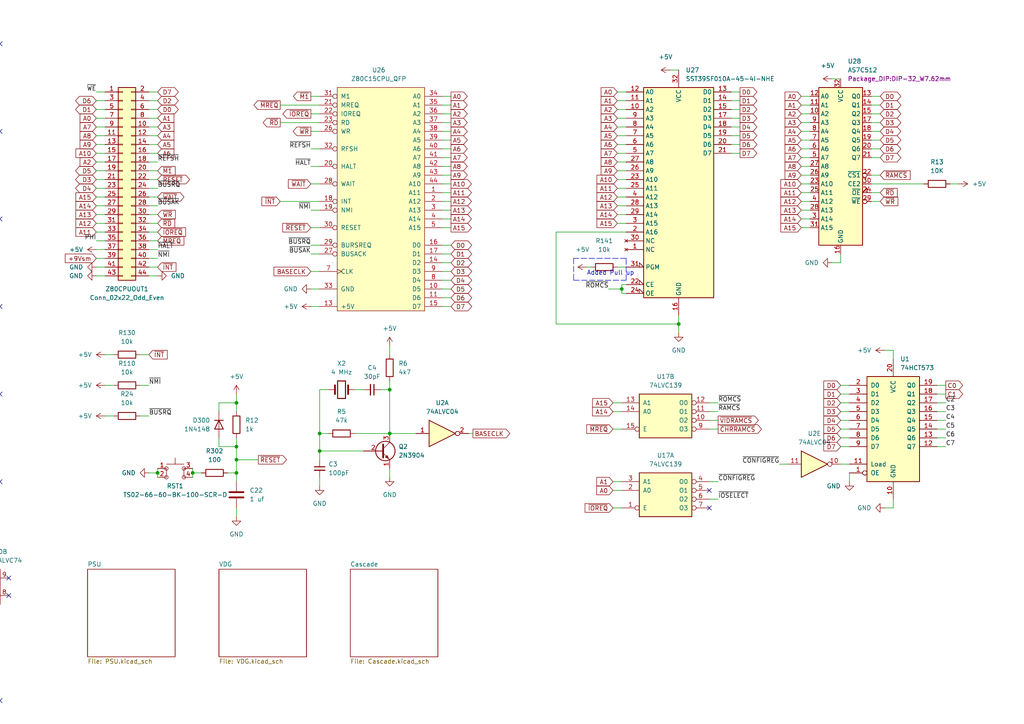
<source format=kicad_sch>
(kicad_sch (version 20211123) (generator eeschema)
  (paper "A4")
  (title_block (title "JupiterAce Z80 plus KIO and new memory format.") (date "2020-05-12") (rev "${REVNUM}") (company "Ontobus") (comment 1 "John Bradley") (comment 2 "https://creativecommons.org/licenses/by-nc-sa/4.0/") (comment 3 "Attribution-NonCommercial-ShareAlike 4.0 International License.") (comment 4 "This work is licensed under a Creative Commons "))
  (junction (at 68.58 116.84))
  (junction (at 113.03 125.73))
  (junction (at 68.58 133.35))
  (junction (at 68.58 137.16))
  (junction (at 196.85 93.98))
  (junction (at 55.88 137.16))
  (junction (at 92.71 130.81))
  (junction (at 113.03 113.03))
  (junction (at 45.72 137.16))
  (junction (at 92.71 125.73))
  (junction (at 68.58 129.54))
  (junction (at 180.34 83.82))
  (no_connect (at -15.24 205.74))
  (no_connect (at 0 203.2))
  (no_connect (at -40.64 200.66))
  (no_connect (at -15.24 200.66))
  (no_connect (at -25.4 203.2))
  (no_connect (at -40.64 205.74))
  (no_connect (at -66.04 200.66))
  (no_connect (at -50.8 203.2))
  (no_connect (at -66.04 205.74))
  (no_connect (at -66.04 15.24))
  (no_connect (at -50.8 12.7))
  (no_connect (at -66.04 10.16))
  (no_connect (at 0 88.9))
  (no_connect (at -15.24 86.36))
  (no_connect (at -15.24 91.44))
  (no_connect (at -25.4 88.9))
  (no_connect (at -15.24 10.16))
  (no_connect (at -25.4 12.7))
  (no_connect (at -15.24 111.76))
  (no_connect (at -15.24 114.3))
  (no_connect (at -15.24 116.84))
  (no_connect (at 0 114.3))
  (no_connect (at -15.24 142.24))
  (no_connect (at -39.37 137.16))
  (no_connect (at -39.37 142.24))
  (no_connect (at -39.37 139.7))
  (no_connect (at 0 139.7))
  (no_connect (at -15.24 139.7))
  (no_connect (at -15.24 137.16))
  (no_connect (at -24.13 139.7))
  (no_connect (at 0 12.7))
  (no_connect (at -40.64 66.04))
  (no_connect (at -25.4 63.5))
  (no_connect (at -40.64 60.96))
  (no_connect (at 0 63.5))
  (no_connect (at -15.24 66.04))
  (no_connect (at -15.24 60.96))
  (no_connect (at -5.08 162.56))
  (no_connect (at 2.54 167.64))
  (no_connect (at 2.54 172.72))
  (no_connect (at -5.08 177.8))
  (no_connect (at -12.7 170.18))
  (no_connect (at -12.7 167.64))
  (no_connect (at 205.74 142.24))
  (no_connect (at 205.74 147.32))
  (no_connect (at -40.64 15.24))
  (no_connect (at -40.64 10.16))
  (no_connect (at -15.24 40.64))
  (no_connect (at -15.24 38.1))
  (no_connect (at 0 38.1))
  (no_connect (at -15.24 35.56))
  (no_connect (at -15.24 15.24))
  (no_connect (at -40.64 91.44))
  (no_connect (at -40.64 86.36))
  (no_connect (at -66.04 60.96))
  (no_connect (at -66.04 66.04))
  (no_connect (at -50.8 63.5))
  (wire (pts (xy 102.87 113.03) (xy 105.41 113.03)))
  (wire (pts (xy 33.02 111.76) (xy 30.48 111.76)))
  (wire (pts (xy 43.18 57.15) (xy 45.72 57.15)))
  (wire (pts (xy 92.71 30.48) (xy 81.28 30.48)))
  (wire (pts (xy 271.78 121.92) (xy 274.32 121.92)))
  (wire (pts (xy 246.38 119.38) (xy 243.84 119.38)))
  (wire (pts (xy 181.61 31.75) (xy 179.07 31.75)))
  (wire (pts (xy 196.85 93.98) (xy 161.29 93.98)))
  (wire (pts (xy 92.71 48.26) (xy 90.17 48.26)))
  (wire (pts (xy 30.48 31.75) (xy 27.94 31.75)))
  (wire (pts (xy 128.27 35.56) (xy 130.81 35.56)))
  (wire (pts (xy 66.04 137.16) (xy 68.58 137.16)))
  (wire (pts (xy 30.48 52.07) (xy 27.94 52.07)))
  (wire (pts (xy 43.18 39.37) (xy 45.72 39.37)))
  (wire (pts (xy 43.18 34.29) (xy 45.72 34.29)))
  (wire (pts (xy 259.08 104.14) (xy 259.08 101.6)))
  (wire (pts (xy 212.09 36.83) (xy 214.63 36.83)))
  (wire (pts (xy 252.73 27.94) (xy 255.27 27.94)))
  (wire (pts (xy 181.61 82.55) (xy 180.34 82.55)))
  (wire (pts (xy 92.71 60.96) (xy 90.17 60.96)))
  (wire (pts (xy 45.72 137.16) (xy 45.72 138.43)))
  (wire (pts (xy 92.71 35.56) (xy 81.28 35.56)))
  (wire (pts (xy 212.09 39.37) (xy 214.63 39.37)))
  (wire (pts (xy 128.27 53.34) (xy 130.81 53.34)))
  (wire (pts (xy 68.58 119.38) (xy 68.58 116.84)))
  (wire (pts (xy 181.61 57.15) (xy 179.07 57.15)))
  (wire (pts (xy 30.48 62.23) (xy 27.94 62.23)))
  (wire (pts (xy 181.61 64.77) (xy 179.07 64.77)))
  (wire (pts (xy 181.61 39.37) (xy 179.07 39.37)))
  (wire (pts (xy 176.53 83.82) (xy 180.34 83.82)))
  (wire (pts (xy 181.61 59.69) (xy 179.07 59.69)))
  (wire (pts (xy 92.71 125.73) (xy 92.71 130.81)))
  (wire (pts (xy 43.18 36.83) (xy 45.72 36.83)))
  (wire (pts (xy 180.34 83.82) (xy 180.34 85.09)))
  (wire (pts (xy 92.71 33.02) (xy 90.17 33.02)))
  (wire (pts (xy 234.95 33.02) (xy 232.41 33.02)))
  (wire (pts (xy 234.95 66.04) (xy 232.41 66.04)))
  (wire (pts (xy 252.73 35.56) (xy 255.27 35.56)))
  (wire (pts (xy 30.48 59.69) (xy 27.94 59.69)))
  (wire (pts (xy 181.61 85.09) (xy 180.34 85.09)))
  (wire (pts (xy 275.59 53.34) (xy 278.13 53.34)))
  (wire (pts (xy 234.95 43.18) (xy 232.41 43.18)))
  (wire (pts (xy 128.27 48.26) (xy 130.81 48.26)))
  (wire (pts (xy 128.27 81.28) (xy 130.81 81.28)))
  (wire (pts (xy 68.58 129.54) (xy 63.5 129.54)))
  (wire (pts (xy 205.74 139.7) (xy 208.28 139.7)))
  (wire (pts (xy 43.18 26.67) (xy 45.72 26.67)))
  (wire (pts (xy 271.78 127) (xy 274.32 127)))
  (wire (pts (xy 113.03 125.73) (xy 120.65 125.73)))
  (wire (pts (xy 259.08 101.6) (xy 256.54 101.6)))
  (wire (pts (xy 252.73 50.8) (xy 255.27 50.8)))
  (wire (pts (xy 181.61 44.45) (xy 179.07 44.45)))
  (wire (pts (xy 90.17 43.18) (xy 92.71 43.18)))
  (wire (pts (xy 135.89 125.73) (xy 137.16 125.73)))
  (wire (pts (xy 243.84 73.66) (xy 243.84 76.2)))
  (wire (pts (xy 30.48 54.61) (xy 27.94 54.61)))
  (wire (pts (xy 180.34 142.24) (xy 177.8 142.24)))
  (wire (pts (xy 252.73 55.88) (xy 255.27 55.88)))
  (wire (pts (xy 55.88 137.16) (xy 55.88 138.43)))
  (wire (pts (xy 43.18 80.01) (xy 45.72 80.01)))
  (wire (pts (xy 40.64 120.65) (xy 43.18 120.65)))
  (wire (pts (xy 128.27 33.02) (xy 130.81 33.02)))
  (wire (pts (xy 128.27 45.72) (xy 130.81 45.72)))
  (wire (pts (xy 92.71 140.97) (xy 92.71 138.43)))
  (wire (pts (xy 271.78 129.54) (xy 274.32 129.54)))
  (wire (pts (xy 128.27 88.9) (xy 130.81 88.9)))
  (wire (pts (xy 234.95 50.8) (xy 232.41 50.8)))
  (wire (pts (xy 33.02 102.87) (xy 30.48 102.87)))
  (wire (pts (xy 30.48 72.39) (xy 27.94 72.39)))
  (wire (pts (xy 45.72 137.16) (xy 43.18 137.16)))
  (wire (pts (xy 246.38 116.84) (xy 243.84 116.84)))
  (wire (pts (xy 232.41 35.56) (xy 234.95 35.56)))
  (wire (pts (xy 246.38 129.54) (xy 243.84 129.54)))
  (wire (pts (xy 234.95 27.94) (xy 232.41 27.94)))
  (wire (pts (xy 92.71 83.82) (xy 90.17 83.82)))
  (wire (pts (xy 68.58 114.3) (xy 68.58 116.84)))
  (wire (pts (xy 196.85 93.98) (xy 196.85 96.52)))
  (wire (pts (xy 40.64 111.76) (xy 43.18 111.76)))
  (wire (pts (xy 90.17 78.74) (xy 92.71 78.74)))
  (wire (pts (xy 43.18 31.75) (xy 45.72 31.75)))
  (wire (pts (xy 128.27 63.5) (xy 130.81 63.5)))
  (wire (pts (xy 30.48 69.85) (xy 27.94 69.85)))
  (wire (pts (xy 68.58 133.35) (xy 74.93 133.35)))
  (wire (pts (xy 246.38 114.3) (xy 243.84 114.3)))
  (wire (pts (xy 128.27 38.1) (xy 130.81 38.1)))
  (wire (pts (xy 110.49 113.03) (xy 113.03 113.03)))
  (wire (pts (xy 43.18 49.53) (xy 45.72 49.53)))
  (wire (pts (xy 43.18 77.47) (xy 45.72 77.47)))
  (wire (pts (xy 43.18 62.23) (xy 45.72 62.23)))
  (wire (pts (xy 234.95 40.64) (xy 232.41 40.64)))
  (wire (pts (xy 92.71 53.34) (xy 90.17 53.34)))
  (wire (pts (xy 30.48 41.91) (xy 27.94 41.91)))
  (wire (pts (xy 180.34 119.38) (xy 177.8 119.38)))
  (wire (pts (xy 43.18 54.61) (xy 45.72 54.61)))
  (wire (pts (xy 30.48 39.37) (xy 27.94 39.37)))
  (wire (pts (xy 113.03 113.03) (xy 113.03 125.73)))
  (wire (pts (xy 180.34 82.55) (xy 180.34 83.82)))
  (wire (pts (xy 92.71 125.73) (xy 95.25 125.73)))
  (wire (pts (xy 234.95 38.1) (xy 232.41 38.1)))
  (wire (pts (xy 43.18 46.99) (xy 45.72 46.99)))
  (wire (pts (xy 128.27 76.2) (xy 130.81 76.2)))
  (wire (pts (xy 212.09 41.91) (xy 214.63 41.91)))
  (wire (pts (xy 271.78 119.38) (xy 274.32 119.38)))
  (wire (pts (xy 92.71 113.03) (xy 92.71 125.73)))
  (wire (pts (xy 212.09 34.29) (xy 214.63 34.29)))
  (wire (pts (xy 267.97 53.34) (xy 252.73 53.34)))
  (wire (pts (xy 43.18 69.85) (xy 45.72 69.85)))
  (wire (pts (xy 246.38 124.46) (xy 243.84 124.46)))
  (wire (pts (xy 246.38 127) (xy 243.84 127)))
  (wire (pts (xy 271.78 116.84) (xy 274.32 116.84)))
  (wire (pts (xy 30.48 46.99) (xy 27.94 46.99)))
  (wire (pts (xy 234.95 48.26) (xy 232.41 48.26)))
  (wire (pts (xy 234.95 53.34) (xy 232.41 53.34)))
  (wire (pts (xy 180.34 116.84) (xy 177.8 116.84)))
  (wire (pts (xy 234.95 58.42) (xy 232.41 58.42)))
  (wire (pts (xy 43.18 52.07) (xy 45.72 52.07)))
  (wire (pts (xy 128.27 86.36) (xy 130.81 86.36)))
  (wire (pts (xy 246.38 111.76) (xy 243.84 111.76)))
  (polyline (pts (xy 181.61 81.28) (xy 181.61 74.93)))
  (wire (pts (xy 241.3 76.2) (xy 243.84 76.2)))
  (wire (pts (xy 252.73 58.42) (xy 255.27 58.42)))
  (wire (pts (xy 68.58 129.54) (xy 68.58 133.35)))
  (wire (pts (xy 128.27 43.18) (xy 130.81 43.18)))
  (wire (pts (xy 68.58 133.35) (xy 68.58 137.16)))
  (wire (pts (xy 271.78 124.46) (xy 274.32 124.46)))
  (wire (pts (xy 30.48 34.29) (xy 27.94 34.29)))
  (wire (pts (xy 243.84 134.62) (xy 246.38 134.62)))
  (wire (pts (xy 30.48 44.45) (xy 27.94 44.45)))
  (wire (pts (xy 128.27 40.64) (xy 130.81 40.64)))
  (wire (pts (xy 40.64 102.87) (xy 43.18 102.87)))
  (wire (pts (xy 181.61 77.47) (xy 179.07 77.47)))
  (wire (pts (xy 43.18 59.69) (xy 45.72 59.69)))
  (wire (pts (xy 30.48 67.31) (xy 27.94 67.31)))
  (wire (pts (xy 128.27 60.96) (xy 130.81 60.96)))
  (wire (pts (xy 128.27 78.74) (xy 130.81 78.74)))
  (wire (pts (xy 102.87 125.73) (xy 113.03 125.73)))
  (wire (pts (xy 205.74 124.46) (xy 208.28 124.46)))
  (wire (pts (xy 252.73 45.72) (xy 255.27 45.72)))
  (wire (pts (xy 246.38 121.92) (xy 243.84 121.92)))
  (wire (pts (xy 271.78 114.3) (xy 274.32 114.3)))
  (wire (pts (xy 226.06 134.62) (xy 228.6 134.62)))
  (wire (pts (xy 92.71 73.66) (xy 90.17 73.66)))
  (wire (pts (xy 181.61 41.91) (xy 179.07 41.91)))
  (wire (pts (xy 128.27 50.8) (xy 130.81 50.8)))
  (wire (pts (xy 68.58 116.84) (xy 63.5 116.84)))
  (wire (pts (xy 30.48 74.93) (xy 27.94 74.93)))
  (wire (pts (xy 45.72 135.89) (xy 45.72 137.16)))
  (wire (pts (xy 212.09 31.75) (xy 214.63 31.75)))
  (wire (pts (xy 63.5 116.84) (xy 63.5 119.38)))
  (wire (pts (xy 92.71 58.42) (xy 81.28 58.42)))
  (wire (pts (xy 171.45 77.47) (xy 170.18 77.47)))
  (wire (pts (xy 27.94 77.47) (xy 30.48 77.47)))
  (wire (pts (xy 30.48 29.21) (xy 27.94 29.21)))
  (wire (pts (xy 30.48 80.01) (xy 27.94 80.01)))
  (wire (pts (xy 90.17 71.12) (xy 92.71 71.12)))
  (wire (pts (xy 43.18 67.31) (xy 45.72 67.31)))
  (wire (pts (xy 180.34 139.7) (xy 177.8 139.7)))
  (wire (pts (xy 58.42 137.16) (xy 55.88 137.16)))
  (wire (pts (xy 181.61 52.07) (xy 179.07 52.07)))
  (wire (pts (xy 43.18 64.77) (xy 45.72 64.77)))
  (wire (pts (xy 68.58 137.16) (xy 68.58 139.7)))
  (wire (pts (xy 196.85 20.32) (xy 194.31 20.32)))
  (wire (pts (xy 252.73 40.64) (xy 255.27 40.64)))
  (wire (pts (xy 205.74 119.38) (xy 208.28 119.38)))
  (wire (pts (xy 128.27 55.88) (xy 130.81 55.88)))
  (wire (pts (xy 181.61 49.53) (xy 179.07 49.53)))
  (wire (pts (xy 212.09 44.45) (xy 214.63 44.45)))
  (wire (pts (xy 30.48 64.77) (xy 27.94 64.77)))
  (wire (pts (xy 43.18 29.21) (xy 45.72 29.21)))
  (wire (pts (xy 92.71 38.1) (xy 90.17 38.1)))
  (wire (pts (xy 92.71 27.94) (xy 90.17 27.94)))
  (wire (pts (xy 68.58 127) (xy 68.58 129.54)))
  (wire (pts (xy 90.17 88.9) (xy 92.71 88.9)))
  (wire (pts (xy 45.72 74.93) (xy 43.18 74.93)))
  (wire (pts (xy 212.09 26.67) (xy 214.63 26.67)))
  (wire (pts (xy 181.61 62.23) (xy 179.07 62.23)))
  (wire (pts (xy 30.48 57.15) (xy 27.94 57.15)))
  (wire (pts (xy 43.18 44.45) (xy 45.72 44.45)))
  (wire (pts (xy 180.34 147.32) (xy 177.8 147.32)))
  (wire (pts (xy 30.48 49.53) (xy 27.94 49.53)))
  (wire (pts (xy 205.74 116.84) (xy 208.28 116.84)))
  (wire (pts (xy 30.48 36.83) (xy 27.94 36.83)))
  (wire (pts (xy 63.5 127) (xy 63.5 129.54)))
  (wire (pts (xy 92.71 130.81) (xy 92.71 133.35)))
  (wire (pts (xy 259.08 144.78) (xy 259.08 147.32)))
  (wire (pts (xy 128.27 58.42) (xy 130.81 58.42)))
  (wire (pts (xy 234.95 63.5) (xy 232.41 63.5)))
  (wire (pts (xy 128.27 27.94) (xy 130.81 27.94)))
  (wire (pts (xy 271.78 111.76) (xy 274.32 111.76)))
  (polyline (pts (xy 166.37 81.28) (xy 181.61 81.28)))
  (wire (pts (xy 128.27 66.04) (xy 130.81 66.04)))
  (wire (pts (xy 234.95 30.48) (xy 232.41 30.48)))
  (wire (pts (xy 196.85 91.44) (xy 196.85 93.98)))
  (wire (pts (xy 128.27 30.48) (xy 130.81 30.48)))
  (wire (pts (xy 181.61 36.83) (xy 179.07 36.83)))
  (wire (pts (xy 234.95 55.88) (xy 232.41 55.88)))
  (wire (pts (xy 234.95 60.96) (xy 232.41 60.96)))
  (polyline (pts (xy 181.61 74.93) (xy 166.37 74.93)))
  (wire (pts (xy 92.71 113.03) (xy 95.25 113.03)))
  (wire (pts (xy 252.73 30.48) (xy 255.27 30.48)))
  (polyline (pts (xy 166.37 74.93) (xy 166.37 81.28)))
  (wire (pts (xy 68.58 147.32) (xy 68.58 149.86)))
  (wire (pts (xy 252.73 33.02) (xy 255.27 33.02)))
  (wire (pts (xy 30.48 26.67) (xy 27.94 26.67)))
  (wire (pts (xy 181.61 29.21) (xy 179.07 29.21)))
  (wire (pts (xy 113.03 110.49) (xy 113.03 113.03)))
  (wire (pts (xy 113.03 135.89) (xy 113.03 138.43)))
  (wire (pts (xy 205.74 144.78) (xy 208.28 144.78)))
  (wire (pts (xy 256.54 147.32) (xy 259.08 147.32)))
  (wire (pts (xy 128.27 73.66) (xy 130.81 73.66)))
  (wire (pts (xy 205.74 121.92) (xy 208.28 121.92)))
  (wire (pts (xy 181.61 34.29) (xy 179.07 34.29)))
  (wire (pts (xy 252.73 43.18) (xy 255.27 43.18)))
  (wire (pts (xy 234.95 45.72) (xy 232.41 45.72)))
  (wire (pts (xy 246.38 137.16) (xy 246.38 139.7)))
  (wire (pts (xy 90.17 66.04) (xy 92.71 66.04)))
  (wire (pts (xy 161.29 67.31) (xy 161.29 93.98)))
  (wire (pts (xy 128.27 71.12) (xy 130.81 71.12)))
  (wire (pts (xy 30.48 120.65) (xy 33.02 120.65)))
  (wire (pts (xy 161.29 67.31) (xy 181.61 67.31)))
  (wire (pts (xy 128.27 83.82) (xy 130.81 83.82)))
  (wire (pts (xy 212.09 29.21) (xy 214.63 29.21)))
  (wire (pts (xy 113.03 102.87) (xy 113.03 100.33)))
  (wire (pts (xy 181.61 26.67) (xy 179.07 26.67)))
  (wire (pts (xy 252.73 38.1) (xy 255.27 38.1)))
  (wire (pts (xy 181.61 46.99) (xy 179.07 46.99)))
  (wire (pts (xy 177.8 124.46) (xy 180.34 124.46)))
  (wire (pts (xy 243.84 22.86) (xy 241.3 22.86)))
  (wire (pts (xy 55.88 135.89) (xy 55.88 137.16)))
  (wire (pts (xy 181.61 54.61) (xy 179.07 54.61)))
  (wire (pts (xy 43.18 41.91) (xy 45.72 41.91)))
  (wire (pts (xy 92.71 130.81) (xy 105.41 130.81)))
  (wire (pts (xy 43.18 72.39) (xy 45.72 72.39)))
  (text "Added Pull up" (at 170.18 80.01 0) (effects (font (size 1.27 1.27)) (justify left bottom)))
  (label "~{CONFIGREG}" (at 226.06 134.62 180))
  (label "C4" (at 274.32 121.92 0))
  (label "C2" (at 274.32 116.84 0))
  (label "C3" (at 274.32 119.38 0))
  (label "C6" (at 274.32 127 0))
  (label "~{REFSH}" (at 90.17 43.18 0))
  (label "~{IOSELECT}" (at 208.28 144.78 0))
  (label "~{RAMCS}" (at 208.28 119.38 0))
  (label "~{BUSAK}" (at 90.17 73.66 180))
  (label "~{HALT}" (at 45.72 72.39 0))
  (label "~{ROMCS}" (at 176.53 83.82 180))
  (label "~{BUSRQ}" (at 45.72 54.61 0))
  (label "PHI" (at 27.94 69.85 180))
  (label "~{NMI}" (at 90.17 60.96 180))
  (label "~{WE}" (at 27.94 26.67 180))
  (label "~{BUSRQ}" (at 90.17 71.12 180))
  (label "~{NMI}" (at 45.72 74.93 0))
  (label "~{NMI}" (at 43.18 111.76 0))
  (label "~{HALT}" (at 90.17 48.26 180))
  (label "~{BUSRQ}" (at 43.18 120.65 0))
  (label "~{CONFIGREG}" (at 208.28 139.7 0))
  (label "~{BUSAK}" (at 45.72 59.69 0))
  (label "C5" (at 274.32 124.46 0))
  (label "C7" (at 274.32 129.54 0))
  (label "~{REFSH}" (at 45.72 46.99 0))
  (label "~{ROMCS}" (at 208.28 116.84 0))
  (global_label "D3" (shape output) (at 214.63 34.29 0) (property "Intersheet References" "${INTERSHEET_REFS}" (at 219.5226 34.2106 0) (effects (justify left))))
  (global_label "D3" (shape bidirectional) (at 130.81 78.74 0) (property "Intersheet References" "${INTERSHEET_REFS}" (at 135.7026 78.6606 0) (effects (justify left))))
  (global_label "BASECLK" (shape input) (at 90.17 78.74 180) (property "Intersheet References" "${INTERSHEET_REFS}" (at 79.4717 78.6606 0) (effects (justify right))))
  (global_label "~{RD}" (shape input) (at 45.72 64.77 0) (property "Intersheet References" "${INTERSHEET_REFS}" (at 50.6731 64.6906 0) (effects (justify left))))
  (global_label "~{CHRRAMCS}" (shape output) (at 208.28 124.46 0) (property "Intersheet References" "${INTERSHEET_REFS}" (at 220.8531 124.3806 0) (effects (justify left))))
  (global_label "A14" (shape output) (at 130.81 63.5 0) (property "Intersheet References" "${INTERSHEET_REFS}" (at 136.7307 63.4206 0) (effects (justify left))))
  (global_label "A10" (shape input) (at 179.07 52.07 180) (property "Intersheet References" "${INTERSHEET_REFS}" (at 173.1493 51.9906 0) (effects (justify right))))
  (global_label "~{MREQ}" (shape input) (at 45.72 69.85 0) (property "Intersheet References" "${INTERSHEET_REFS}" (at 53.3341 69.7706 0) (effects (justify left))))
  (global_label "D6" (shape output) (at 214.63 41.91 0) (property "Intersheet References" "${INTERSHEET_REFS}" (at 219.5226 41.8306 0) (effects (justify left))))
  (global_label "~{IOREQ}" (shape output) (at 90.17 33.02 180) (property "Intersheet References" "${INTERSHEET_REFS}" (at 82.0721 32.9406 0) (effects (justify right))))
  (global_label "A2" (shape input) (at 27.94 46.99 180) (property "Intersheet References" "${INTERSHEET_REFS}" (at 23.2288 46.9106 0) (effects (justify right))))
  (global_label "~{WAIT}" (shape input) (at 90.17 53.34 180) (property "Intersheet References" "${INTERSHEET_REFS}" (at 83.6445 53.2606 0) (effects (justify right))))
  (global_label "A1" (shape output) (at 130.81 30.48 0) (property "Intersheet References" "${INTERSHEET_REFS}" (at 135.5212 30.4006 0) (effects (justify left))))
  (global_label "~{WR}" (shape input) (at 255.27 58.42 0) (property "Intersheet References" "${INTERSHEET_REFS}" (at 260.4045 58.3406 0) (effects (justify left))))
  (global_label "A15" (shape input) (at 177.8 116.84 180) (property "Intersheet References" "${INTERSHEET_REFS}" (at 171.8793 116.7606 0) (effects (justify right))))
  (global_label "D4" (shape bidirectional) (at 255.27 38.1 0) (property "Intersheet References" "${INTERSHEET_REFS}" (at 260.1626 38.0206 0) (effects (justify left))))
  (global_label "~{INT}" (shape input) (at 43.18 102.87 0) (property "Intersheet References" "${INTERSHEET_REFS}" (at 48.496 102.7906 0) (effects (justify left))))
  (global_label "D7" (shape bidirectional) (at 255.27 45.72 0) (property "Intersheet References" "${INTERSHEET_REFS}" (at 260.1626 45.6406 0) (effects (justify left))))
  (global_label "A0" (shape input) (at 177.8 142.24 180) (property "Intersheet References" "${INTERSHEET_REFS}" (at 173.0888 142.1606 0) (effects (justify right))))
  (global_label "D1" (shape bidirectional) (at 130.81 73.66 0) (property "Intersheet References" "${INTERSHEET_REFS}" (at 135.7026 73.5806 0) (effects (justify left))))
  (global_label "A11" (shape input) (at 232.41 55.88 180) (property "Intersheet References" "${INTERSHEET_REFS}" (at 226.4893 55.8006 0) (effects (justify right))))
  (global_label "A2" (shape input) (at 232.41 33.02 180) (property "Intersheet References" "${INTERSHEET_REFS}" (at 227.6988 32.9406 0) (effects (justify right))))
  (global_label "~{WR}" (shape input) (at 45.72 62.23 0) (property "Intersheet References" "${INTERSHEET_REFS}" (at 50.8545 62.1506 0) (effects (justify left))))
  (global_label "A4" (shape input) (at 232.41 38.1 180) (property "Intersheet References" "${INTERSHEET_REFS}" (at 227.6988 38.0206 0) (effects (justify right))))
  (global_label "D2" (shape bidirectional) (at 255.27 33.02 0) (property "Intersheet References" "${INTERSHEET_REFS}" (at 260.1626 32.9406 0) (effects (justify left))))
  (global_label "A13" (shape input) (at 27.94 62.23 180) (property "Intersheet References" "${INTERSHEET_REFS}" (at 22.0193 62.1506 0) (effects (justify right))))
  (global_label "A3" (shape output) (at 130.81 35.56 0) (property "Intersheet References" "${INTERSHEET_REFS}" (at 135.5212 35.4806 0) (effects (justify left))))
  (global_label "A13" (shape input) (at 232.41 60.96 180) (property "Intersheet References" "${INTERSHEET_REFS}" (at 226.4893 60.8806 0) (effects (justify right))))
  (global_label "A0" (shape output) (at 130.81 27.94 0) (property "Intersheet References" "${INTERSHEET_REFS}" (at 135.5212 27.8606 0) (effects (justify left))))
  (global_label "~{MREQ}" (shape output) (at 81.28 30.48 180) (property "Intersheet References" "${INTERSHEET_REFS}" (at 73.6659 30.4006 0) (effects (justify right))))
  (global_label "~{RESET}" (shape input) (at 90.17 66.04 180) (property "Intersheet References" "${INTERSHEET_REFS}" (at 82.0117 65.9606 0) (effects (justify right))))
  (global_label "A15" (shape input) (at 179.07 64.77 180) (property "Intersheet References" "${INTERSHEET_REFS}" (at 173.1493 64.6906 0) (effects (justify right))))
  (global_label "A3" (shape input) (at 232.41 35.56 180) (property "Intersheet References" "${INTERSHEET_REFS}" (at 227.6988 35.4806 0) (effects (justify right))))
  (global_label "A13" (shape output) (at 130.81 60.96 0) (property "Intersheet References" "${INTERSHEET_REFS}" (at 136.7307 60.8806 0) (effects (justify left))))
  (global_label "+9Vsm" (shape input) (at 27.94 74.93 180) (property "Intersheet References" "${INTERSHEET_REFS}" (at 18.935 74.8506 0) (effects (justify right))))
  (global_label "A12" (shape input) (at 232.41 58.42 180) (property "Intersheet References" "${INTERSHEET_REFS}" (at 226.4893 58.3406 0) (effects (justify right))))
  (global_label "A7" (shape input) (at 27.94 36.83 180) (property "Intersheet References" "${INTERSHEET_REFS}" (at 23.2288 36.7506 0) (effects (justify right))))
  (global_label "A1" (shape input) (at 45.72 34.29 0) (property "Intersheet References" "${INTERSHEET_REFS}" (at 50.4312 34.2106 0) (effects (justify left))))
  (global_label "D2" (shape bidirectional) (at 130.81 76.2 0) (property "Intersheet References" "${INTERSHEET_REFS}" (at 135.7026 76.1206 0) (effects (justify left))))
  (global_label "~{WAIT}" (shape bidirectional) (at 45.72 57.15 0) (property "Intersheet References" "${INTERSHEET_REFS}" (at 52.2455 57.0706 0) (effects (justify left))))
  (global_label "D4" (shape output) (at 214.63 36.83 0) (property "Intersheet References" "${INTERSHEET_REFS}" (at 219.5226 36.7506 0) (effects (justify left))))
  (global_label "D5" (shape bidirectional) (at 27.94 49.53 180) (property "Intersheet References" "${INTERSHEET_REFS}" (at 23.0474 49.4506 0) (effects (justify right))))
  (global_label "D4" (shape input) (at 243.84 121.92 180) (property "Intersheet References" "${INTERSHEET_REFS}" (at 238.9474 121.8406 0) (effects (justify right))))
  (global_label "~{IOREQ}" (shape input) (at 177.8 147.32 180) (property "Intersheet References" "${INTERSHEET_REFS}" (at 169.7021 147.2406 0) (effects (justify right))))
  (global_label "A6" (shape input) (at 179.07 41.91 180) (property "Intersheet References" "${INTERSHEET_REFS}" (at 174.3588 41.8306 0) (effects (justify right))))
  (global_label "A15" (shape output) (at 130.81 66.04 0) (property "Intersheet References" "${INTERSHEET_REFS}" (at 136.7307 65.9606 0) (effects (justify left))))
  (global_label "C1" (shape output) (at 274.32 114.3 0) (property "Intersheet References" "${INTERSHEET_REFS}" (at 279.2126 114.2206 0) (effects (justify left))))
  (global_label "D6" (shape bidirectional) (at 27.94 29.21 180) (property "Intersheet References" "${INTERSHEET_REFS}" (at 23.0474 29.1306 0) (effects (justify right))))
  (global_label "D0" (shape bidirectional) (at 130.81 71.12 0) (property "Intersheet References" "${INTERSHEET_REFS}" (at 135.7026 71.0406 0) (effects (justify left))))
  (global_label "D2" (shape input) (at 243.84 116.84 180) (property "Intersheet References" "${INTERSHEET_REFS}" (at 238.9474 116.7606 0) (effects (justify right))))
  (global_label "D7" (shape bidirectional) (at 130.81 88.9 0) (property "Intersheet References" "${INTERSHEET_REFS}" (at 135.7026 88.8206 0) (effects (justify left))))
  (global_label "BASECLK" (shape output) (at 137.16 125.73 0) (property "Intersheet References" "${INTERSHEET_REFS}" (at 147.8583 125.6506 0) (effects (justify left))))
  (global_label "D5" (shape output) (at 214.63 39.37 0) (property "Intersheet References" "${INTERSHEET_REFS}" (at 219.5226 39.2906 0) (effects (justify left))))
  (global_label "~{WR}" (shape output) (at 90.17 38.1 180) (property "Intersheet References" "${INTERSHEET_REFS}" (at 85.0355 38.0206 0) (effects (justify right))))
  (global_label "A15" (shape input) (at 232.41 66.04 180) (property "Intersheet References" "${INTERSHEET_REFS}" (at 226.4893 65.9606 0) (effects (justify right))))
  (global_label "D3" (shape bidirectional) (at 255.27 35.56 0) (property "Intersheet References" "${INTERSHEET_REFS}" (at 260.1626 35.4806 0) (effects (justify left))))
  (global_label "A14" (shape input) (at 27.94 59.69 180) (property "Intersheet References" "${INTERSHEET_REFS}" (at 22.0193 59.6106 0) (effects (justify right))))
  (global_label "A10" (shape output) (at 130.81 53.34 0) (property "Intersheet References" "${INTERSHEET_REFS}" (at 136.7307 53.2606 0) (effects (justify left))))
  (global_label "A8" (shape input) (at 179.07 46.99 180) (property "Intersheet References" "${INTERSHEET_REFS}" (at 174.3588 46.9106 0) (effects (justify right))))
  (global_label "D5" (shape bidirectional) (at 255.27 40.64 0) (property "Intersheet References" "${INTERSHEET_REFS}" (at 260.1626 40.5606 0) (effects (justify left))))
  (global_label "A5" (shape input) (at 45.72 41.91 0) (property "Intersheet References" "${INTERSHEET_REFS}" (at 50.4312 41.8306 0) (effects (justify left))))
  (global_label "A7" (shape output) (at 130.81 45.72 0) (property "Intersheet References" "${INTERSHEET_REFS}" (at 135.5212 45.6406 0) (effects (justify left))))
  (global_label "D4" (shape bidirectional) (at 130.81 81.28 0) (property "Intersheet References" "${INTERSHEET_REFS}" (at 135.7026 81.2006 0) (effects (justify left))))
  (global_label "D7" (shape bidirectional) (at 45.72 26.67 0) (property "Intersheet References" "${INTERSHEET_REFS}" (at 50.6126 26.5906 0) (effects (justify left))))
  (global_label "A7" (shape input) (at 179.07 44.45 180) (property "Intersheet References" "${INTERSHEET_REFS}" (at 174.3588 44.3706 0) (effects (justify right))))
  (global_label "A5" (shape input) (at 179.07 39.37 180) (property "Intersheet References" "${INTERSHEET_REFS}" (at 174.3588 39.2906 0) (effects (justify right))))
  (global_label "~{RESET}" (shape output) (at 74.93 133.35 0) (property "Intersheet References" "${INTERSHEET_REFS}" (at 83.0883 133.2706 0) (effects (justify left))))
  (global_label "D1" (shape output) (at 214.63 29.21 0) (property "Intersheet References" "${INTERSHEET_REFS}" (at 219.5226 29.1306 0) (effects (justify left))))
  (global_label "A9" (shape output) (at 130.81 50.8 0) (property "Intersheet References" "${INTERSHEET_REFS}" (at 135.5212 50.7206 0) (effects (justify left))))
  (global_label "A4" (shape input) (at 179.07 36.83 180) (property "Intersheet References" "${INTERSHEET_REFS}" (at 174.3588 36.7506 0) (effects (justify right))))
  (global_label "D5" (shape input) (at 243.84 124.46 180) (property "Intersheet References" "${INTERSHEET_REFS}" (at 238.9474 124.3806 0) (effects (justify right))))
  (global_label "A9" (shape input) (at 232.41 50.8 180) (property "Intersheet References" "${INTERSHEET_REFS}" (at 227.6988 50.7206 0) (effects (justify right))))
  (global_label "D3" (shape input) (at 243.84 119.38 180) (property "Intersheet References" "${INTERSHEET_REFS}" (at 238.9474 119.3006 0) (effects (justify right))))
  (global_label "D5" (shape bidirectional) (at 130.81 83.82 0) (property "Intersheet References" "${INTERSHEET_REFS}" (at 135.7026 83.7406 0) (effects (justify left))))
  (global_label "D1" (shape bidirectional) (at 255.27 30.48 0) (property "Intersheet References" "${INTERSHEET_REFS}" (at 260.1626 30.4006 0) (effects (justify left))))
  (global_label "D6" (shape bidirectional) (at 255.27 43.18 0) (property "Intersheet References" "${INTERSHEET_REFS}" (at 260.1626 43.1006 0) (effects (justify left))))
  (global_label "A10" (shape input) (at 27.94 44.45 180) (property "Intersheet References" "${INTERSHEET_REFS}" (at 22.0193 44.3706 0) (effects (justify right))))
  (global_label "A12" (shape output) (at 130.81 58.42 0) (property "Intersheet References" "${INTERSHEET_REFS}" (at 136.7307 58.3406 0) (effects (justify left))))
  (global_label "~{RESET}" (shape bidirectional) (at 45.72 52.07 0) (property "Intersheet References" "${INTERSHEET_REFS}" (at 53.8783 51.9906 0) (effects (justify left))))
  (global_label "A3" (shape input) (at 45.72 36.83 0) (property "Intersheet References" "${INTERSHEET_REFS}" (at 50.4312 36.7506 0) (effects (justify left))))
  (global_label "A14" (shape input) (at 179.07 62.23 180) (property "Intersheet References" "${INTERSHEET_REFS}" (at 173.1493 62.1506 0) (effects (justify right))))
  (global_label "A3" (shape input) (at 179.07 34.29 180) (property "Intersheet References" "${INTERSHEET_REFS}" (at 174.3588 34.2106 0) (effects (justify right))))
  (global_label "~{IOREQ}" (shape input) (at 45.72 67.31 0) (property "Intersheet References" "${INTERSHEET_REFS}" (at 53.8179 67.2306 0) (effects (justify left))))
  (global_label "A6" (shape output) (at 130.81 43.18 0) (property "Intersheet References" "${INTERSHEET_REFS}" (at 135.5212 43.1006 0) (effects (justify left))))
  (global_label "A9" (shape input) (at 179.07 49.53 180) (property "Intersheet References" "${INTERSHEET_REFS}" (at 174.3588 49.4506 0) (effects (justify right))))
  (global_label "D0" (shape bidirectional) (at 255.27 27.94 0) (property "Intersheet References" "${INTERSHEET_REFS}" (at 260.1626 27.8606 0) (effects (justify left))))
  (global_label "A1" (shape input) (at 179.07 29.21 180) (property "Intersheet References" "${INTERSHEET_REFS}" (at 174.3588 29.1306 0) (effects (justify right))))
  (global_label "~{M1}" (shape input) (at 45.72 49.53 0) (property "Intersheet References" "${INTERSHEET_REFS}" (at 50.7941 49.4506 0) (effects (justify left))))
  (global_label "A12" (shape input) (at 27.94 64.77 180) (property "Intersheet References" "${INTERSHEET_REFS}" (at 22.0193 64.6906 0) (effects (justify right))))
  (global_label "A8" (shape output) (at 130.81 48.26 0) (property "Intersheet References" "${INTERSHEET_REFS}" (at 135.5212 48.1806 0) (effects (justify left))))
  (global_label "~{MREQ}" (shape input) (at 177.8 124.46 180) (property "Intersheet References" "${INTERSHEET_REFS}" (at 170.1859 124.3806 0) (effects (justify right))))
  (global_label "A0" (shape input) (at 232.41 27.94 180) (property "Intersheet References" "${INTERSHEET_REFS}" (at 227.6988 27.8606 0) (effects (justify right))))
  (global_label "D6" (shape input) (at 243.84 127 180) (property "Intersheet References" "${INTERSHEET_REFS}" (at 238.9474 126.9206 0) (effects (justify right))))
  (global_label "D4" (shape bidirectional) (at 27.94 54.61 180) (property "Intersheet References" "${INTERSHEET_REFS}" (at 23.0474 54.5306 0) (effects (justify right))))
  (global_label "A2" (shape output) (at 130.81 33.02 0) (property "Intersheet References" "${INTERSHEET_REFS}" (at 135.5212 32.9406 0) (effects (justify left))))
  (global_label "A8" (shape input) (at 232.41 48.26 180) (property "Intersheet References" "${INTERSHEET_REFS}" (at 227.6988 48.1806 0) (effects (justify right))))
  (global_label "A4" (shape output) (at 130.81 38.1 0) (property "Intersheet References" "${INTERSHEET_REFS}" (at 135.5212 38.0206 0) (effects (justify left))))
  (global_label "~{INT}" (shape input) (at 45.72 77.47 0) (property "Intersheet References" "${INTERSHEET_REFS}" (at 51.036 77.3906 0) (effects (justify left))))
  (global_label "D7" (shape input) (at 243.84 129.54 180) (property "Intersheet References" "${INTERSHEET_REFS}" (at 238.9474 129.4606 0) (effects (justify right))))
  (global_label "A0" (shape input) (at 27.94 34.29 180) (property "Intersheet References" "${INTERSHEET_REFS}" (at 23.2288 34.2106 0) (effects (justify right))))
  (global_label "~{RD}" (shape input) (at 255.27 55.88 0) (property "Intersheet References" "${INTERSHEET_REFS}" (at 260.2231 55.8006 0) (effects (justify left))))
  (global_label "A7" (shape input) (at 232.41 45.72 180) (property "Intersheet References" "${INTERSHEET_REFS}" (at 227.6988 45.6406 0) (effects (justify right))))
  (global_label "D0" (shape bidirectional) (at 45.72 31.75 0) (property "Intersheet References" "${INTERSHEET_REFS}" (at 50.6126 31.6706 0) (effects (justify left))))
  (global_label "D1" (shape bidirectional) (at 27.94 31.75 180) (property "Intersheet References" "${INTERSHEET_REFS}" (at 23.0474 31.6706 0) (effects (justify right))))
  (global_label "A5" (shape output) (at 130.81 40.64 0) (property "Intersheet References" "${INTERSHEET_REFS}" (at 135.5212 40.5606 0) (effects (justify left))))
  (global_label "D0" (shape input) (at 243.84 111.76 180) (property "Intersheet References" "${INTERSHEET_REFS}" (at 238.9474 111.6806 0) (effects (justify right))))
  (global_label "A11" (shape input) (at 179.07 54.61 180) (property "Intersheet References" "${INTERSHEET_REFS}" (at 173.1493 54.5306 0) (effects (justify right))))
  (global_label "A0" (shape input) (at 179.07 26.67 180) (property "Intersheet References" "${INTERSHEET_REFS}" (at 174.3588 26.5906 0) (effects (justify right))))
  (global_label "A2" (shape input) (at 179.07 31.75 180) (property "Intersheet References" "${INTERSHEET_REFS}" (at 174.3588 31.6706 0) (effects (justify right))))
  (global_label "~{VIDRAMCS}" (shape output) (at 208.28 121.92 0) (property "Intersheet References" "${INTERSHEET_REFS}" (at 219.946 121.8406 0) (effects (justify left))))
  (global_label "A8" (shape input) (at 27.94 39.37 180) (property "Intersheet References" "${INTERSHEET_REFS}" (at 23.2288 39.2906 0) (effects (justify right))))
  (global_label "A11" (shape input) (at 27.94 67.31 180) (property "Intersheet References" "${INTERSHEET_REFS}" (at 22.0193 67.2306 0) (effects (justify right))))
  (global_label "A14" (shape input) (at 177.8 119.38 180) (property "Intersheet References" "${INTERSHEET_REFS}" (at 171.8793 119.3006 0) (effects (justify right))))
  (global_label "A6" (shape input) (at 45.72 44.45 0) (property "Intersheet References" "${INTERSHEET_REFS}" (at 50.4312 44.3706 0) (effects (justify left))))
  (global_label "D6" (shape bidirectional) (at 130.81 86.36 0) (property "Intersheet References" "${INTERSHEET_REFS}" (at 135.7026 86.2806 0) (effects (justify left))))
  (global_label "A5" (shape input) (at 232.41 40.64 180) (property "Intersheet References" "${INTERSHEET_REFS}" (at 227.6988 40.5606 0) (effects (justify right))))
  (global_label "~{INT}" (shape input) (at 81.28 58.42 180) (property "Intersheet References" "${INTERSHEET_REFS}" (at 75.964 58.3406 0) (effects (justify right))))
  (global_label "A9" (shape input) (at 27.94 41.91 180) (property "Intersheet References" "${INTERSHEET_REFS}" (at 23.2288 41.8306 0) (effects (justify right))))
  (global_label "D2" (shape bidirectional) (at 45.72 29.21 0) (property "Intersheet References" "${INTERSHEET_REFS}" (at 50.6126 29.1306 0) (effects (justify left))))
  (global_label "C0" (shape output) (at 274.32 111.76 0) (property "Intersheet References" "${INTERSHEET_REFS}" (at 279.2126 111.6806 0) (effects (justify left))))
  (global_label "A15" (shape input) (at 27.94 57.15 180) (property "Intersheet References" "${INTERSHEET_REFS}" (at 22.0193 57.0706 0) (effects (justify right))))
  (global_label "D1" (shape input) (at 243.84 114.3 180) (property "Intersheet References" "${INTERSHEET_REFS}" (at 238.9474 114.2206 0) (effects (justify right))))
  (global_label "A11" (shape output) (at 130.81 55.88 0) (property "Intersheet References" "${INTERSHEET_REFS}" (at 136.7307 55.8006 0) (effects (justify left))))
  (global_label "D0" (shape output) (at 214.63 26.67 0) (property "Intersheet References" "${INTERSHEET_REFS}" (at 219.5226 26.5906 0) (effects (justify left))))
  (global_label "~{RD}" (shape output) (at 81.28 35.56 180) (property "Intersheet References" "${INTERSHEET_REFS}" (at 76.3269 35.4806 0) (effects (justify right))))
  (global_label "A14" (shape input) (at 232.41 63.5 180) (property "Intersheet References" "${INTERSHEET_REFS}" (at 226.4893 63.4206 0) (effects (justify right))))
  (global_label "D2" (shape output) (at 214.63 31.75 0) (property "Intersheet References" "${INTERSHEET_REFS}" (at 219.5226 31.6706 0) (effects (justify left))))
  (global_label "A6" (shape input) (at 232.41 43.18 180) (property "Intersheet References" "${INTERSHEET_REFS}" (at 227.6988 43.1006 0) (effects (justify right))))
  (global_label "A12" (shape input) (at 179.07 57.15 180) (property "Intersheet References" "${INTERSHEET_REFS}" (at 173.1493 57.0706 0) (effects (justify right))))
  (global_label "A1" (shape input) (at 177.8 139.7 180) (property "Intersheet References" "${INTERSHEET_REFS}" (at 173.0888 139.6206 0) (effects (justify right))))
  (global_label "~{RAMCS}" (shape input) (at 255.27 50.8 0) (property "Intersheet References" "${INTERSHEET_REFS}" (at 263.9726 50.7206 0) (effects (justify left))))
  (global_label "D7" (shape output) (at 214.63 44.45 0) (property "Intersheet References" "${INTERSHEET_REFS}" (at 219.5226 44.3706 0) (effects (justify left))))
  (global_label "A1" (shape input) (at 232.41 30.48 180) (property "Intersheet References" "${INTERSHEET_REFS}" (at 227.6988 30.4006 0) (effects (justify right))))
  (global_label "~{M1}" (shape output) (at 90.17 27.94 180) (property "Intersheet References" "${INTERSHEET_REFS}" (at 85.0959 27.8606 0) (effects (justify right))))
  (global_label "D3" (shape bidirectional) (at 27.94 52.07 180) (property "Intersheet References" "${INTERSHEET_REFS}" (at 23.0474 51.9906 0) (effects (justify right))))
  (global_label "A10" (shape input) (at 232.41 53.34 180) (property "Intersheet References" "${INTERSHEET_REFS}" (at 226.4893 53.2606 0) (effects (justify right))))
  (global_label "A13" (shape input) (at 179.07 59.69 180) (property "Intersheet References" "${INTERSHEET_REFS}" (at 173.1493 59.6106 0) (effects (justify right))))
  (global_label "A4" (shape input) (at 45.72 39.37 0) (property "Intersheet References" "${INTERSHEET_REFS}" (at 50.4312 39.2906 0) (effects (justify left))))
  (symbol (lib_id "power:GND") (at 196.85 96.52 0) (unit 1)
    (property "Reference" "#~PWR0129" (effects hide))
    (property "Value" "GND" (at 196.85 101.6 0))
  )
  (symbol (lib_id "Device:R") (at 68.58 123.19 0) (unit 1)
    (property "Reference" "R12" (at 71.12 121.9199 0) (effects (justify left)))
    (property "Value" "1k" (at 71.12 124.4599 0) (effects (justify left)))
    (property "Footprint" "Resistor_THT:R_Axial_DIN0204_L3.6mm_D1.6mm_P1.90mm_Vertical" (effects hide))
  )
  (symbol (lib_id "power:GND") (at 246.38 139.7 0) (unit 1)
    (property "Reference" "# PWR0106" (effects hide))
    (property "Value" "GND" (at 243.84 140.9699 0) (effects (justify right)))
  )
  (symbol (lib_id "74xx-FIX:74LS10") (at -7.62 114.3 0) (unit 3)
    (property "Reference" "U10" (at -7.62 105.41 0))
    (property "Value" "74LVC10" (at -7.62 107.95 0))
    (property "Footprint" "Package_SO:SOIC-14_3.9x8.7mm_P1.27mm" (effects hide))
    (property "Datasheet" "http://www.ti.com/lit/gpn/sn74LS10" (effects hide))
  )
  (symbol (lib_id "power:+5V") (at 170.18 77.47 90) (unit 1)
    (property "Reference" "#PWR0125" (effects hide))
    (property "Value" "+5V" (at 168.91 72.39 90))
  )
  (symbol (lib_id "ExtraSymbols:AS7C512 DIP{slash}SOJ") (at 243.84 25.4 0) (unit 1)
    (property "Reference" "U28" (at 245.8594 17.78 0) (effects (justify left)))
    (property "Value" "AS7C512" (at 245.8594 20.32 0) (effects (justify left)))
    (property "Footprint" "Package_DIP:DIP-32_W7.62mm" (at 245.8594 22.86 0) (effects (justify left)))
    (property "Datasheet" "https://www.digchip.com/datasheets/parts/datasheet/3364/AS7C512-15PC-pdf.php" (effects hide))
    (property "Manufacturer_Name" "Alliance Semiconductor" (effects hide))
    (property "Manufacturer_Part_Number" "AS7C512" (effects hide))
  )
  (symbol (lib_id "power:+5V") (at 30.48 111.76 90) (unit 1)
    (property "Reference" "#PWR0103" (effects hide))
    (property "Value" "+5V" (at 26.67 111.7599 90) (effects (justify left)))
  )
  (symbol (lib_name "74LS27_2") (lib_id "74xx-FIX:74LS27") (at -7.62 38.1 0) (unit 3)
    (property "Reference" "U3" (at -7.62 29.21 0))
    (property "Value" "74LVC27" (at -7.62 31.75 0))
    (property "Footprint" "Package_SO:SOIC-14_3.9x8.7mm_P1.27mm" (effects hide))
    (property "Datasheet" "https://www.ti.com/product/CD74HCT27" (effects hide))
  )
  (symbol (lib_id "74xx-FIX:74LS32") (at -58.42 203.2 0) (unit 2)
    (property "Reference" "U31" (at -58.42 194.31 0))
    (property "Value" "74LVC32" (at -58.42 196.85 0))
    (property "Footprint" "Package_SO:SOIC-14_3.9x8.7mm_P1.27mm" (effects hide))
    (property "Datasheet" "http://www.ti.com/lit/gpn/sn74LS32" (effects hide))
  )
  (symbol (lib_id "74xx-FIX:74LS573") (at 259.08 124.46 0) (unit 1)
    (property "Reference" "U1" (at 261.0994 104.14 0) (effects (justify left)))
    (property "Value" "74HCT573" (at 261.0994 106.68 0) (effects (justify left)))
    (property "Footprint" "ExtraFootprints:SOIC-20N-127P780X200" (effects hide))
    (property "Datasheet" "74xx/74hc573.pdf" (effects hide))
  )
  (symbol (lib_id "Device:R") (at 175.26 77.47 90) (unit 1)
    (property "Reference" "R141" (at 175.26 69.85 90))
    (property "Value" "10k" (at 175.26 72.39 90))
    (property "Footprint" "Resistor_THT:R_Axial_DIN0204_L3.6mm_D1.6mm_P1.90mm_Vertical" (effects hide))
    (property "Manufacturer_Part_Number" "MBA02040C1002FRP00 " (effects hide))
    (property "Manufacturer_Name" "Vishay" (effects hide))
  )
  (symbol (lib_id "power:+5V") (at 30.48 120.65 90) (unit 1)
    (property "Reference" "#PWR0104" (effects hide))
    (property "Value" "+5V" (at 26.67 120.6499 90) (effects (justify left)))
  )
  (symbol (lib_id "74xx:74LS86") (at -58.42 12.7 0) (unit 2)
    (property "Reference" "U12" (at -58.7248 3.81 0))
    (property "Value" "SN74LVC86" (at -58.7248 6.35 0))
    (property "Footprint" "Package_SO:SOIC-14_3.9x8.7mm_P1.27mm" (effects hide))
    (property "Datasheet" "74xx/74ls86.pdf" (effects hide))
    (property "Manufacturer_Part_Number" "SN74AHCT86N" (effects hide))
    (property "Manufacturer_Name" "Texas Instruments" (effects hide))
  )
  (symbol (lib_id "power:GND") (at 27.94 77.47 270) (unit 1)
    (property "Reference" "#~PWR0153" (effects hide))
    (property "Value" "GND" (at 24.13 77.4699 90) (effects (justify right)))
  )
  (symbol (lib_id "ExtraSymbols:SST39SF010-FULLPIN") (at 196.85 57.15 0) (unit 1)
    (property "Reference" "U27" (at 198.8694 20.32 0) (effects (justify left)))
    (property "Value" "SST39SF010A-45-4I-NHE " (at 198.8694 22.86 0) (effects (justify left)))
    (property "Footprint" "ExtraFootprints:PLCC-32_THT-Socket" (effects hide))
    (property "Datasheet" "http://ww1.microchip.com/downloads/en/DeviceDoc/25022B.pdf" (effects hide))
    (property "Manufacturer_Name" "microchip" (effects hide))
    (property "Manufacturer_Part_Number" "SST39SF010A-45-4I-NHE " (effects hide))
  )
  (symbol (lib_id "Zilog_Z80:Z80CPU-LCC") (at 97.79 25.4 0) (unit 1)
    (property "Reference" "U26" (at 109.855 20.32 0))
    (property "Value" "Z80C15CPU_QFP" (at 109.855 22.86 0))
    (property "Footprint" "ExtraFootprints:PLCC-44_THT-Socket" (effects hide))
    (property "Datasheet" "https://www.mouser.co.uk/datasheet/2/450/ps0178-19386.pdf" (effects hide))
    (property "Manufacturer_Name" "Zilog" (effects hide))
    (property "Manufacturer_Part_Number" "Z84C00" (effects hide))
  )
  (symbol (lib_id "Diode:1N4148") (at 63.5 123.19 270) (unit 1)
    (property "Reference" "D300" (at 60.96 121.9199 90) (effects (justify right)))
    (property "Value" "1N4148" (at 60.96 124.4599 90) (effects (justify right)))
    (property "Footprint" "Diode_THT:D_DO-35_SOD27_P2.54mm_Vertical_AnodeUp" (effects hide))
    (property "Datasheet" "https://assets.nexperia.com/documents/data-sheet/1N4148_1N4448.pdf" (effects hide))
  )
  (symbol (lib_id "Device:R") (at 36.83 102.87 90) (unit 1)
    (property "Reference" "R130" (at 36.83 96.52 90))
    (property "Value" "10k" (at 36.83 99.06 90))
    (property "Footprint" "Resistor_THT:R_Axial_DIN0204_L3.6mm_D1.6mm_P1.90mm_Vertical" (effects hide))
    (property "Manufacturer_Part_Number" "MBA02040C1002FRP00 " (effects hide))
    (property "Manufacturer_Name" "Vishay" (effects hide))
  )
  (symbol (lib_id "power:+5V") (at 241.3 22.86 90) (unit 1)
    (property "Reference" "#PWR0124" (effects hide))
    (property "Value" "+5V" (at 240.03 19.05 90))
  )
  (symbol (lib_id "74xx:74LS139") (at 193.04 142.24 0) (unit 1)
    (property "Reference" "U17" (at 193.04 132.08 0))
    (property "Value" "74LVC139" (at 193.04 134.62 0))
    (property "Footprint" "Package_SO:SOIC-16_3.9x9.9mm_P1.27mm" (effects hide))
    (property "Datasheet" "http://www.ti.com/lit/ds/symlink/sn74ls139a.pdf" (effects hide))
    (property "Manufacturer_Name" "Texas Instruments" (effects hide))
    (property "Manufacturer_Part_Number" "SN74AHCT139N" (effects hide))
  )
  (symbol (lib_id "power:+5V") (at 256.54 101.6 90) (unit 1)
    (property "Reference" "#PWR0116" (effects hide))
    (property "Value" "+5V" (at 252.73 101.5999 90) (effects (justify left)))
  )
  (symbol (lib_id "Device:R") (at 62.23 137.16 270) (unit 1)
    (property "Reference" "R302" (at 62.23 130.81 90))
    (property "Value" "100" (at 62.23 133.35 90))
    (property "Footprint" "Resistor_THT:R_Axial_DIN0204_L3.6mm_D1.6mm_P1.90mm_Vertical" (effects hide))
  )
  (symbol (lib_id "power:GND") (at 68.58 149.86 0) (unit 1)
    (property "Reference" "#0123" (effects hide))
    (property "Value" "GND" (at 68.58 154.94 0))
  )
  (symbol (lib_id "Transistor_BJT:2N3904") (at 110.49 130.81 0) (unit 1)
    (property "Reference" "Q2" (at 115.57 129.5399 0) (effects (justify left)))
    (property "Value" "2N3904" (at 115.57 132.0799 0) (effects (justify left)))
    (property "Footprint" "Package_TO_SOT_THT:TO-92_Inline" (effects hide))
    (property "Datasheet" "https://www.onsemi.com/pub/Collateral/2N3903-D.PDF" (effects hide))
    (property "Manufacturer_Part_Number" "2N3904" (effects hide))
  )
  (symbol (lib_id "power:+5V") (at 27.94 72.39 90) (unit 1)
    (property "Reference" "#PWR0107" (effects hide))
    (property "Value" "+5V" (at 24.13 72.3899 90) (effects (justify left)))
  )
  (symbol (lib_id "74xx:74LS74") (at -5.08 170.18 0) (unit 2)
    (property "Reference" "U20" (at -3.0606 160.02 0) (effects (justify left)))
    (property "Value" "74ALVC74" (at -3.0606 162.56 0) (effects (justify left)))
    (property "Footprint" "Package_SO:SOIC-14_3.9x8.7mm_P1.27mm" (effects hide))
    (property "Datasheet" "74xx/74hc_hct74.pdf" (effects hide))
    (property "Manufacturer_Part_Number" "SN74AHCT74N" (effects hide))
    (property "Manufacturer_Name" "Texas Instruments" (effects hide))
  )
  (symbol (lib_id "Device:C_Small") (at 92.71 135.89 0) (unit 1)
    (property "Reference" "C3" (at 95.25 134.6262 0) (effects (justify left)))
    (property "Value" "100pF" (at 95.25 137.1662 0) (effects (justify left)))
    (property "Footprint" "Capacitor_THT:C_Disc_D5.0mm_W2.5mm_P2.50mm" (effects hide))
    (property "Manufacturer_Name" "TDK" (effects hide))
    (property "Manufacturer_Part_Number" "FA18C0G1H101JNU06 " (effects hide))
  )
  (symbol (lib_id "74xx:74LS00") (at -33.02 88.9 0) (unit 3)
    (property "Reference" "U19" (at -33.02 80.01 0))
    (property "Value" "74LVC00" (at -33.02 82.55 0))
    (property "Footprint" "Package_SO:SOIC-14_3.9x8.7mm_P1.27mm" (effects hide))
    (property "Datasheet" "http://www.ti.com/lit/gpn/sn74ls00" (effects hide))
    (property "Manufacturer_Part_Number" "SN74AHCT00N" (effects hide))
    (property "Manufacturer_Name" "Texas Instruments" (effects hide))
  )
  (symbol (lib_id "Device:C") (at 68.58 143.51 0) (unit 1)
    (property "Reference" "C22" (at 72.39 142.2399 0) (effects (justify left)))
    (property "Value" "1 uf" (at 72.39 144.7799 0) (effects (justify left)))
    (property "Footprint" "Capacitor_THT:C_Disc_D3.0mm_W1.6mm_P2.50mm" (effects hide))
  )
  (symbol (lib_id "power:+5V") (at 278.13 53.34 270) (unit 1)
    (property "Reference" "#PWR0119" (effects hide))
    (property "Value" "+5V" (at 281.94 53.3399 90) (effects (justify left)))
  )
  (symbol (lib_id "Device:R") (at 271.78 53.34 270) (unit 1)
    (property "Reference" "R13" (at 271.78 46.99 90))
    (property "Value" "10K" (at 271.78 49.53 90))
    (property "Footprint" "Resistor_THT:R_Axial_DIN0204_L3.6mm_D1.6mm_P1.90mm_Vertical" (effects hide))
    (property "Manufacturer_Name" "Vishay" (effects hide))
    (property "Manufacturer_Part_Number" "MBA02040C4708FRP00" (effects hide))
  )
  (symbol (lib_id "power:GND") (at 43.18 137.16 270) (unit 1)
    (property "Reference" "#0122" (effects hide))
    (property "Value" "GND" (at 39.37 137.1599 90) (effects (justify right)))
  )
  (symbol (lib_id "power:GND") (at 45.72 80.01 90) (unit 1)
    (property "Reference" "#~PWR0155" (effects hide))
    (property "Value" "GND" (at 49.53 80.0099 90) (effects (justify right)))
  )
  (symbol (lib_id "Device:R") (at 36.83 111.76 90) (unit 1)
    (property "Reference" "R110" (at 36.83 105.41 90))
    (property "Value" "10k" (at 36.83 107.95 90))
    (property "Footprint" "Resistor_THT:R_Axial_DIN0204_L3.6mm_D1.6mm_P1.90mm_Vertical" (effects hide))
    (property "Manufacturer_Part_Number" "MBA02040C1002FRP00 " (effects hide))
    (property "Manufacturer_Name" "Vishay" (effects hide))
  )
  (symbol (lib_id "power:+5V") (at 30.48 102.87 90) (unit 1)
    (property "Reference" "#PWR0106" (effects hide))
    (property "Value" "+5V" (at 26.67 102.8699 90) (effects (justify left)))
  )
  (symbol (lib_id "Device:R") (at 36.83 120.65 270) (unit 1)
    (property "Reference" "R24" (at 36.83 114.3 90))
    (property "Value" "10k" (at 36.83 116.84 90))
    (property "Footprint" "Resistor_THT:R_Axial_DIN0204_L3.6mm_D1.6mm_P1.90mm_Vertical" (effects hide))
    (property "Manufacturer_Name" "Vishay" (effects hide))
    (property "Manufacturer_Part_Number" "MBA02040C1002FRP00 " (effects hide))
  )
  (symbol (lib_id "Device:Crystal") (at 99.06 113.03 0) (unit 1)
    (property "Reference" "X2" (at 99.06 105.41 0))
    (property "Value" "4 MHz" (at 99.06 107.95 0))
    (property "Footprint" "Crystal:Crystal_HC49-U_Vertical" (effects hide))
    (property "Manufacturer_Name" "ECS " (effects hide))
    (property "Manufacturer_Part_Number" "ECS-65-20-4X " (effects hide))
  )
  (symbol (lib_id "74xx-FIX:74LS32") (at -7.62 203.2 0) (unit 4)
    (property "Reference" "U31" (at -7.62 194.31 0))
    (property "Value" "74LVC32" (at -7.62 196.85 0))
    (property "Footprint" "Package_SO:SOIC-14_3.9x8.7mm_P1.27mm" (effects hide))
    (property "Datasheet" "http://www.ti.com/lit/gpn/sn74LS32" (effects hide))
  )
  (symbol (lib_id "Connector_Generic:Conn_02x22_Odd_Even") (at 35.56 52.07 0) (unit 1)
    (property "Reference" "Z80CPUOUT1" (at 36.83 83.82 0))
    (property "Value" "Conn_02x22_Odd_Even" (at 36.83 86.36 0))
    (property "Footprint" "Connector_PinHeader_2.54mm:PinHeader_2x22_P2.54mm_Vertical" (effects hide))
    (property "Manufacturer_Name" "HARWIN" (effects hide))
    (property "Manufacturer_Part_Number" "M20-9721146 " (effects hide))
  )
  (symbol (lib_id "power:+5V") (at 194.31 20.32 90) (unit 1)
    (property "Reference" "#PWR0118" (effects hide))
    (property "Value" "+5V" (at 193.04 16.51 90))
  )
  (symbol (lib_id "power:GND") (at 27.94 80.01 270) (unit 1)
    (property "Reference" "#~PWR0154" (effects hide))
    (property "Value" "GND" (at 24.13 80.0099 90) (effects (justify right)))
  )
  (symbol (lib_id "74xx:74LS08") (at -33.02 63.5 0) (unit 3)
    (property "Reference" "U11" (at -33.02 54.61 0))
    (property "Value" "74VLC1008" (at -33.02 57.15 0))
    (property "Footprint" "Package_SO:SOIC-14_3.9x8.7mm_P1.27mm" (effects hide))
    (property "Datasheet" "http://www.ti.com/lit/gpn/sn74LS08" (effects hide))
    (property "Manufacturer_Part_Number" "SN74AHCT08N" (effects hide))
    (property "Manufacturer_Name" "Texas Instruments" (effects hide))
  )
  (symbol (lib_id "power:GND") (at 256.54 147.32 270) (unit 1)
    (property "Reference" "# PWR0101" (effects hide))
    (property "Value" "GND" (at 252.73 147.3199 90) (effects (justify right)))
  )
  (symbol (lib_id "74xx:74LS139") (at 193.04 119.38 0) (unit 2)
    (property "Reference" "U17" (at 193.04 109.22 0))
    (property "Value" "74LVC139" (at 193.04 111.76 0))
    (property "Footprint" "Package_SO:SOIC-16_3.9x9.9mm_P1.27mm" (effects hide))
    (property "Datasheet" "http://www.ti.com/lit/ds/symlink/sn74ls139a.pdf" (effects hide))
    (property "Manufacturer_Name" "Texas Instruments" (effects hide))
    (property "Manufacturer_Part_Number" "SN74AHCT139N" (effects hide))
  )
  (symbol (lib_id "74xx:74LS86") (at -7.62 12.7 0) (unit 4)
    (property "Reference" "U12" (at -7.9248 3.81 0))
    (property "Value" "SN74LVC86" (at -7.9248 6.35 0))
    (property "Footprint" "Package_SO:SOIC-14_3.9x8.7mm_P1.27mm" (effects hide))
    (property "Datasheet" "74xx/74ls86.pdf" (effects hide))
    (property "Manufacturer_Part_Number" "SN74AHCT86N" (effects hide))
    (property "Manufacturer_Name" "Texas Instruments" (effects hide))
  )
  (symbol (lib_id "74xx:74LS04") (at 128.27 125.73 0) (unit 1)
    (property "Reference" "U2" (at 128.27 116.84 0))
    (property "Value" "74ALVC04" (at 128.27 119.38 0))
    (property "Footprint" "Package_SO:SOIC-14_3.9x8.7mm_P1.27mm" (effects hide))
    (property "Datasheet" "http://www.ti.com/lit/gpn/sn74LS04" (effects hide))
    (property "Manufacturer_Part_Number" "SN74AHCT04" (effects hide))
  )
  (symbol (lib_id "ExtraSymbols:TE Connectivity 1-1825910-4 Black Button Tactile Switch, Single Pole Single Throw (SPST)") (at 50.8 135.89 0) (unit 1)
    (property "Reference" "RST1" (at 50.8 140.97 0))
    (property "Value" "TS02-66-60-BK-100-SCR-D" (at 50.8 143.51 0))
    (property "Footprint" "ExtraFootprints:TE Connectivity 1-1825910-4 Black Button Tactile Switch, Single Pole Single Throw (SPST)" (effects hide))
    (property "Datasheet" "https://docs.rs-online.com/70a2/0900766b8157935c.pdf" (effects hide))
    (property "Description" "Tactile Switches 6 x 6 mm, 6 mm Act Height, 100 gf, Black, Short Crimped, Through Hole, SPST," (effects hide))
    (property "Height" "6.2" (effects hide))
    (property "Mouser Part Number" "179-TS026660BK100SCR" (effects hide))
    (property "Mouser Price/Stock" "https://www.mouser.co.uk/ProductDetail/CUI-Devices/TS02-66-60-BK-100-SCR-D?qs=A6eO%252BMLsxmRCwE7519dLfw%3D%3D" (effects hide))
    (property "Manufacturer_Name" "CUI Inc." (effects hide))
    (property "Manufacturer_Part_Number" "TS02-66-60-BK-100-SCR-D" (effects hide))
  )
  (symbol (lib_id "power:+5V") (at 68.58 114.3 0) (unit 1)
    (property "Reference" "#PWR0108" (effects hide))
    (property "Value" "+5V" (at 68.58 109.22 0))
  )
  (symbol (lib_id "74xx:74LS11") (at -31.75 139.7 0) (unit 2)
    (property "Reference" "U24" (at -31.75 130.81 0))
    (property "Value" "74LVC11" (at -31.75 133.35 0))
    (property "Footprint" "Package_SO:SOIC-14_3.9x8.7mm_P1.27mm" (effects hide))
    (property "Datasheet" "http://www.ti.com/lit/gpn/sn74LS11" (effects hide))
  )
  (symbol (lib_id "74xx:74LS08") (at -58.42 63.5 0) (unit 2)
    (property "Reference" "U11" (at -58.42 54.61 0))
    (property "Value" "74VLC1008" (at -58.42 57.15 0))
    (property "Footprint" "Package_SO:SOIC-14_3.9x8.7mm_P1.27mm" (effects hide))
    (property "Datasheet" "http://www.ti.com/lit/gpn/sn74LS08" (effects hide))
    (property "Manufacturer_Part_Number" "SN74AHCT08N" (effects hide))
    (property "Manufacturer_Name" "Texas Instruments" (effects hide))
  )
  (symbol (lib_id "power:+5V") (at 90.17 88.9 90) (unit 1)
    (property "Reference" "#PWR0105" (effects hide))
    (property "Value" "+5V" (at 86.36 88.8999 90) (effects (justify left)))
  )
  (symbol (lib_id "Device:R") (at 99.06 125.73 90) (unit 1)
    (property "Reference" "R5" (at 99.06 119.38 90))
    (property "Value" "47k" (at 99.06 121.92 90))
    (property "Footprint" "Resistor_THT:R_Axial_DIN0204_L3.6mm_D1.6mm_P1.90mm_Vertical" (effects hide))
    (property "Manufacturer_Name" "Vishay" (effects hide))
    (property "Manufacturer_Part_Number" "MBA02040C4702FC100" (effects hide))
  )
  (symbol (lib_id "power:GND") (at 90.17 83.82 270) (unit 1)
    (property "Reference" "# PWR0117" (effects hide))
    (property "Value" "GND" (at 86.36 83.8199 90) (effects (justify right)))
  )
  (symbol (lib_id "74xx:74LS08") (at -7.62 63.5 0) (unit 4)
    (property "Reference" "U11" (at -7.62 54.61 0))
    (property "Value" "74VLC1008" (at -7.62 57.15 0))
    (property "Footprint" "Package_SO:SOIC-14_3.9x8.7mm_P1.27mm" (effects hide))
    (property "Datasheet" "http://www.ti.com/lit/gpn/sn74LS08" (effects hide))
    (property "Manufacturer_Part_Number" "SN74AHCT08N" (effects hide))
    (property "Manufacturer_Name" "Texas Instruments" (effects hide))
  )
  (symbol (lib_id "power:GND") (at 241.3 76.2 270) (unit 1)
    (property "Reference" "#~PWR0118" (effects hide))
    (property "Value" "GND" (at 237.49 76.1999 90) (effects (justify right)))
  )
  (symbol (lib_id "74xx:74LS00") (at -7.62 88.9 0) (unit 4)
    (property "Reference" "U19" (at -7.62 80.01 0))
    (property "Value" "74LVC00" (at -7.62 82.55 0))
    (property "Footprint" "Package_SO:SOIC-14_3.9x8.7mm_P1.27mm" (effects hide))
    (property "Datasheet" "http://www.ti.com/lit/gpn/sn74ls00" (effects hide))
    (property "Manufacturer_Part_Number" "SN74AHCT00N" (effects hide))
    (property "Manufacturer_Name" "Texas Instruments" (effects hide))
  )
  (symbol (lib_id "74xx:74LS86") (at -33.02 12.7 0) (unit 3)
    (property "Reference" "U12" (at -33.3248 3.81 0))
    (property "Value" "SN74LVC86" (at -33.3248 6.35 0))
    (property "Footprint" "Package_SO:SOIC-14_3.9x8.7mm_P1.27mm" (effects hide))
    (property "Datasheet" "74xx/74ls86.pdf" (effects hide))
    (property "Manufacturer_Part_Number" "SN74AHCT86N" (effects hide))
    (property "Manufacturer_Name" "Texas Instruments" (effects hide))
  )
  (symbol (lib_id "Device:C_Small") (at 107.95 113.03 270) (unit 1)
    (property "Reference" "C4" (at 107.9436 106.68 90))
    (property "Value" "30pF" (at 107.9436 109.22 90))
    (property "Footprint" "Capacitor_THT:C_Disc_D5.0mm_W2.5mm_P2.50mm" (effects hide))
    (property "Manufacturer_Name" "AVX " (effects hide))
    (property "Manufacturer_Part_Number" "SR151A300JAR " (effects hide))
  )
  (symbol (lib_id "74xx:74LS11") (at -7.62 139.7 0) (unit 3)
    (property "Reference" "U24" (at -7.62 130.81 0))
    (property "Value" "74LVC11" (at -7.62 133.35 0))
    (property "Footprint" "Package_SO:SOIC-14_3.9x8.7mm_P1.27mm" (effects hide))
    (property "Datasheet" "http://www.ti.com/lit/gpn/sn74LS11" (effects hide))
  )
  (symbol (lib_id "74xx:74LS04") (at 236.22 134.62 0) (unit 5)
    (property "Reference" "U2" (at 236.22 125.73 0))
    (property "Value" "74ALVC04" (at 236.22 128.27 0))
    (property "Footprint" "Package_SO:SOIC-14_3.9x8.7mm_P1.27mm" (effects hide))
    (property "Datasheet" "http://www.ti.com/lit/gpn/sn74LS04" (effects hide))
    (property "Manufacturer_Part_Number" "SN74AHCT04" (effects hide))
  )
  (symbol (lib_id "power:GND") (at 92.71 140.97 0) (unit 1)
    (property "Reference" "# PWR0115" (effects hide))
    (property "Value" "GND" (at 92.71 146.05 0))
  )
  (symbol (lib_id "Device:R") (at 113.03 106.68 0) (unit 1)
    (property "Reference" "R6" (at 115.57 105.4099 0) (effects (justify left)))
    (property "Value" "4k7" (at 115.57 107.9499 0) (effects (justify left)))
    (property "Footprint" "Resistor_THT:R_Axial_DIN0204_L3.6mm_D1.6mm_P1.90mm_Vertical" (effects hide))
    (property "Manufacturer_Name" "Vishay" (effects hide))
    (property "Manufacturer_Part_Number" "MBA02040C4708FRP00" (effects hide))
  )
  (symbol (lib_id "power:+5V") (at 113.03 100.33 0) (unit 1)
    (property "Reference" "#PWR0109" (effects hide))
    (property "Value" "+5V" (at 113.03 95.25 0))
  )
  (symbol (lib_id "74xx-FIX:74LS32") (at -33.02 203.2 0) (unit 3)
    (property "Reference" "U31" (at -33.02 194.31 0))
    (property "Value" "74LVC32" (at -33.02 196.85 0))
    (property "Footprint" "Package_SO:SOIC-14_3.9x8.7mm_P1.27mm" (effects hide))
    (property "Datasheet" "http://www.ti.com/lit/gpn/sn74LS32" (effects hide))
  )
  (symbol (lib_id "power:GND") (at 113.03 138.43 0) (unit 1)
    (property "Reference" "# PWR0114" (effects hide))
    (property "Value" "GND" (at 113.03 143.51 0))
  )
  (sheet (at 101.6 165.1) (size 25.4 25.4) (stroke (width 0.1524))
    (property "Sheet name" "Cascade" (at 101.6 164.3884 0) (effects (justify left bottom)))
    (property "Sheet file" "Cascade.kicad_sch" (at 101.6 191.0846 0) (effects (justify left top)))
  )
  (sheet (at 63.5 165.1) (size 25.4 25.4) (stroke (width 0.1524))
    (property "Sheet name" "VDG" (at 63.5 164.3884 0) (effects (justify left bottom)))
    (property "Sheet file" "VDG.kicad_sch" (at 63.5 191.0846 0) (effects (justify left top)))
  )
  (sheet (at 25.4 165.1) (size 25.4 25.4) (stroke (width 0.1524))
    (property "Sheet name" "PSU" (at 25.4 164.3884 0) (effects (justify left bottom)))
    (property "Sheet file" "PSU.kicad_sch" (at 25.4 191.0846 0) (effects (justify left top)))
  )
)
</source>
